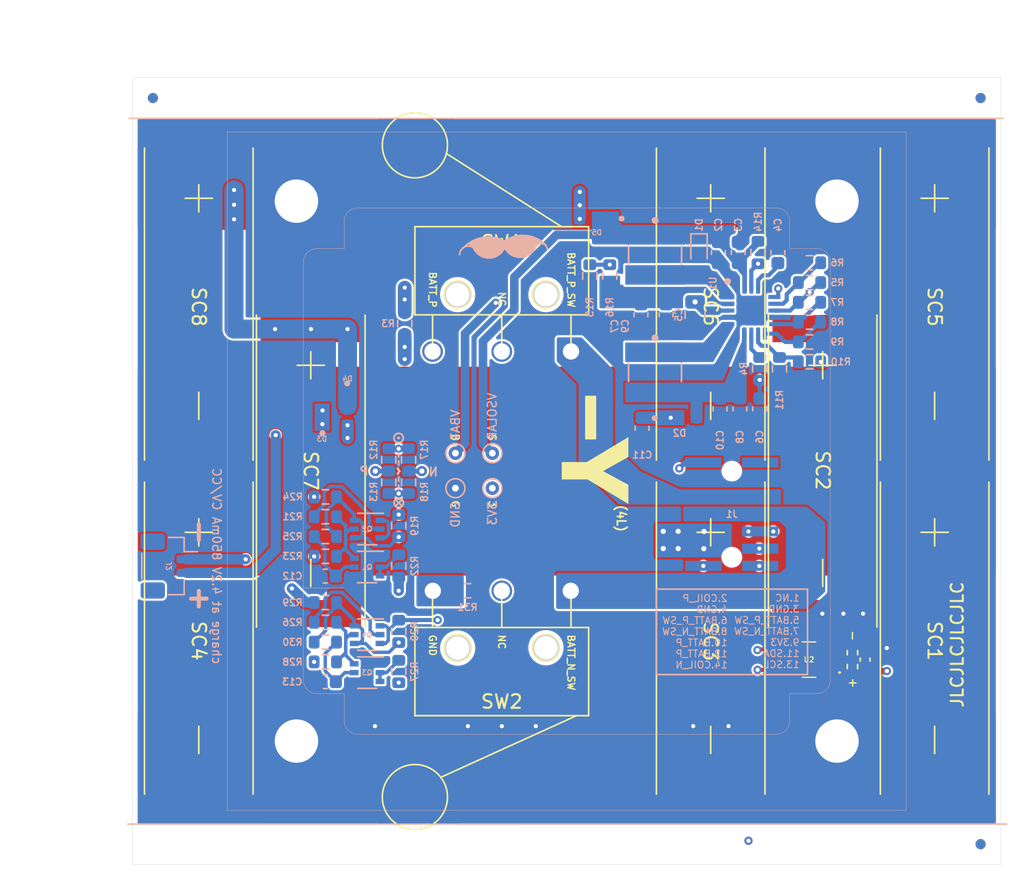
<source format=kicad_pcb>
(kicad_pcb (version 20211014) (generator pcbnew)
  (layers (0 "F.Cu" signal "Top") (1 "In1.Cu" signal) (2 "In2.Cu" signal) (31 "B.Cu" signal "Bottom") (34 "B.Paste" user) (35 "F.Paste" user) (36 "B.SilkS" user "B.Silkscreen") (37 "F.SilkS" user "F.Silkscreen") (38 "B.Mask" user) (39 "F.Mask" user) (44 "Edge.Cuts" user))
  (net 0 "")
  (net 1 "GND")
  (net 2 "VOUT_EN")
  (net 3 "VSOLAR")
  (net 4 "Net-(C4-Pad1)")
  (net 5 "+3V3")
  (net 6 "VBAT")
  (net 7 "Net-(C10-Pad1)")
  (net 8 "Net-(C7-Pad1)")
  (net 9 "Net-(D3-Pad1)")
  (net 10 "COIL_N")
  (net 11 "BATT_P")
  (net 12 "Net-(L1-Pad2)")
  (net 13 "Net-(L2-Pad1)")
  (net 14 "VBAT_OK")
  (net 15 "Net-(R5-Pad1)")
  (net 16 "COIL_P")
  (net 17 "/coil")
  (net 18 "/VSOLAR_FULL")
  (net 19 "Net-(R1-Pad1)")
  (net 22 "Net-(R10-Pad2)")
  (net 23 "Net-(R7-Pad1)")
  (net 24 "Net-(R8-Pad1)")
  (net 26 "Net-(R10-Pad1)")
  (net 27 "Net-(R14-Pad1)")
  (net 28 "BATT_P_SW")
  (net 29 "BATT_N_SW")
  (net 30 "Net-(C12-Pad1)")
  (net 31 "Net-(C13-Pad1)")
  (net 32 "Net-(Q1-Pad2)")
  (net 33 "Net-(Q1-Pad6)")
  (net 34 "Net-(Q2-Pad2)")
  (net 35 "SCL_LS")
  (net 36 "Net-(Q3-Pad2)")
  (net 37 "Net-(Q3-Pad6)")
  (net 38 "Net-(Q4-Pad2)")
  (net 39 "SDA_LS")
  (net 41 "SDA")
  (net 42 "SCL")
  (net 43 "Net-(R31-Pad1)")
  (footprint "solarpanels:KXOB25-05X3F" (layer "F.Cu") (at 132.078198 41.18868 -90)
    (fp_text reference "SC5")
    (fp_text value "SolarCell_Small")
  )
  (footprint "solarpanels:KXOB25-05X3F" (layer "F.Cu") (at 132.078198 65.81042 -90)
    (fp_text reference "SC1")
    (fp_text value "SolarCell_Small")
  )
  (footprint "solarpanels:KXOB25-05X3F" (layer "F.Cu") (at 115.578598 65.81042 -90)
    (fp_text reference "SC3")
    (fp_text value "SolarCell_Small")
  )
  (footprint "solarpanels:TSL2561" (layer "F.Cu") (at 122.823598 77.8946 180)
    (fp_text reference "U2")
    (fp_text value "TSL2561" hide)
  )
  (footprint "Resistor_SMD:R_0402_1005Metric" (layer "F.Cu") (at 126.023598 77.3846 -90)
    (fp_text reference "R2" hide)
    (fp_text value "0")
  )
  (footprint "Resistor_SMD:R_0402_1005Metric" (layer "F.Cu") (at 126.023598 78.4096 -90)
    (fp_text reference "R1" hide)
    (fp_text value "0")
  )
  (footprint "Capacitor_SMD:C_0402_1005Metric" (layer "F.Cu") (at 126.953598 77.8946 -90)
    (fp_text reference "C1" hide)
    (fp_text value "1uF")
  )
  (footprint "Fiducial:Fiducial_0.75mm_Mask1.5mm" (layer "F.Cu") (at 74.488598 36.4996)
    (fp_text reference "REF**" hide)
    (fp_text value "Fiducial_0.75mm_Mask1.5mm")
  )
  (footprint "Fiducial:Fiducial_0.75mm_Mask1.5mm" (layer "F.Cu") (at 135.463598 36.4996)
    (fp_text reference "REF**" hide)
    (fp_text value "Fiducial_0.75mm_Mask1.5mm")
  )
  (footprint "Fiducial:Fiducial_0.75mm_Mask1.5mm" (layer "F.Cu") (at 135.463598 91.4996)
    (fp_text reference "REF**" hide)
    (fp_text value "Fiducial_0.75mm_Mask1.5mm")
  )
  (footprint "solarpanels:KXOB25-05X3F" (layer "F.Cu") (at 115.578598 41.18868 -90)
    (fp_text reference "SC6")
    (fp_text value "SolarCell_Small")
  )
  (footprint "solarpanels:D2F-L2-A" (layer "F.Cu") (at 100.188598 72.8276 180)
    (fp_text reference "SW2")
    (fp_text value "D2F-L2-A")
    (fp_circle (center -3.2512 -4.191) (end -2.3368 -4.191) (layer "Edge.Cuts") (width 0.12) (fill none))
    (fp_circle (center 3.2512 -4.2164) (end 4.1656 -4.2164) (layer "Edge.Cuts") (width 0.12) (fill none))
  )
  (footprint "MountingHole:MountingHole_3.2mm_M3_DIN965_Pad" (layer "F.Cu") (at 124.883602 83.899593)
    (fp_text reference "H3" hide)
    (fp_text value "MountingHole")
  )
  (footprint "solarpanels:KXOB25-05X3F" (layer "F.Cu") (at 77.866598 41.18868 -90)
    (fp_text reference "SC8")
    (fp_text value "SolarCell_Small")
  )
  (footprint "solarpanels:KXOB25-05X3F" (layer "F.Cu") (at 86.116598 53.4996 -90)
    (fp_text reference "SC7")
    (fp_text value "SolarCell_Small")
  )
  (footprint "custom-footprints:ypanel" (layer "F.Cu") (at 106.136498 81.0046 -90)
    (fp_text reference "Ref**" hide)
    (fp_text value "Val**" hide)
  )
  (footprint "solarpanels:KXOB25-05X3F" (layer "F.Cu") (at 123.828598 53.4996 -90)
    (fp_text reference "SC2")
    (fp_text value "SolarCell_Small")
  )
  (footprint "solarpanels:D2F-L2-A1" (layer "F.Cu") (at 100.188598 55.1806)
    (fp_text reference "SW1")
    (fp_text value "D2F-L2-A1")
    (fp_circle (center -3.2512 -4.191) (end -2.3368 -4.191) (layer "Edge.Cuts") (width 0.12) (fill none))
    (fp_circle (center 3.2512 -4.191) (end 4.1656 -4.191) (layer "Edge.Cuts") (width 0.12) (fill none))
  )
  (footprint "solarpanels:KXOB25-05X3F" (layer "F.Cu") (at 77.866598 65.81042 -90)
    (fp_text reference "SC4")
    (fp_text value "SolarCell_Small")
  )
  (footprint "MountingHole:MountingHole_3.2mm_M3_DIN965_Pad" (layer "F.Cu") (at 85.061406 44.099596)
    (fp_text reference "H1" hide)
    (fp_text value "MountingHole")
  )
  (footprint "MountingHole:MountingHole_3.2mm_M3_DIN965_Pad" (layer "F.Cu") (at 85.06359 83.899593)
    (fp_text reference "H2" hide)
    (fp_text value "MountingHole")
  )
  (footprint "MountingHole:MountingHole_3.2mm_M3_DIN965_Pad" (layer "F.Cu") (at 124.883602 44.102085)
    (fp_text reference "H4" hide)
    (fp_text value "MountingHole")
  )
  (footprint "Resistor_SMD:R_0603_1608Metric" (layer "B.Cu") (at 91.863598 63.1696 90)
    (fp_text reference "R12")
    (fp_text value "0")
  )
  (footprint "Resistor_SMD:R_0603_1608Metric" (layer "B.Cu") (at 91.863598 64.8246 90)
    (fp_text reference "R13")
    (fp_text value "0")
  )
  (footprint "Resistor_SMD:R_0603_1608Metric" (layer "B.Cu") (at 93.323598 63.1696 90)
    (fp_text reference "R17")
    (fp_text value "0")
  )
  (footprint "Resistor_SMD:R_0603_1608Metric" (layer "B.Cu") (at 93.323598 64.8246 90)
    (fp_text reference "R18")
    (fp_text value "0")
  )
  (footprint "Resistor_SMD:R_0603_1608Metric" (layer "B.Cu") (at 97.663598 72.8196)
    (fp_text reference "R31")
    (fp_text value "0")
  )
  (footprint "Fiducial:Fiducial_0.75mm_Mask1.5mm" (layer "B.Cu") (at 135.463598 91.4996)
    (fp_text reference "REF**" hide)
    (fp_text value "Fiducial_0.75mm_Mask1.5mm")
  )
  (footprint "Fiducial:Fiducial_0.75mm_Mask1.5mm" (layer "B.Cu") (at 135.463598 36.4996)
    (fp_text reference "REF**" hide)
    (fp_text value "Fiducial_0.75mm_Mask1.5mm")
  )
  (footprint "Fiducial:Fiducial_0.75mm_Mask1.5mm" (layer "B.Cu") (at 74.488598 36.4996)
    (fp_text reference "REF**" hide)
    (fp_text value "Fiducial_0.75mm_Mask1.5mm")
  )
  (footprint "Resistor_SMD:R_0603_1608Metric" (layer "B.Cu") (at 122.86 51.56 180)
    (fp_text reference "R7")
    (fp_text value "374K")
  )
  (footprint "Resistor_SMD:R_0603_1608Metric" (layer "B.Cu") (at 122.86 54.48 180)
    (fp_text reference "R9")
    (fp_text value "4.53M")
  )
  (footprint "Capacitor_SMD:C_0603_1608Metric" (layer "B.Cu") (at 120.527998 47.88965 90)
    (fp_text reference "C4")
    (fp_text value "10nF")
  )
  (footprint "solarpanels:MICROSMP" (layer "B.Cu") (at 113.283598 60.0696)
    (fp_text reference "D2")
    (fp_text value "MSS1P4-M3_89A" hide)
  )
  (footprint "Resistor_SMD:R_0603_1608Metric" (layer "B.Cu") (at 119.067998 47.88965 90)
    (fp_text reference "R14")
    (fp_text value "DNI")
  )
  (footprint "Capacitor_SMD:C_0603_1608Metric" (layer "B.Cu") (at 117.607998 47.88965 90)
    (fp_text reference "C3")
    (fp_text value "4.7uF")
  )
  (footprint "Resistor_SMD:R_0603_1608Metric" (layer "B.Cu") (at 122.86 50.1)
    (fp_text reference "R5")
    (fp_text value "7.32M")
  )
  (footprint "solarpanels:QFN50P350X350X100-21N-D" (layer "B.Cu") (at 118.572042 52.16671 -90)
    (fp_text reference "U1")
    (fp_text value "BQ25570RGRR" hide)
  )
  (footprint "Resistor_SMD:R_0603_1608Metric" (layer "B.Cu") (at 122.86 48.64)
    (fp_text reference "R6")
    (fp_text value "5.62M")
  )
  (footprint "solarpanels:LPS4018" (layer "B.Cu") (at 111.483598 48.06005 -90)
    (fp_text reference "L1" hide)
    (fp_text value "22uH-LPS4018-223MR" hide)
  )
  (footprint "solarpanels:LPS4018" (layer "B.Cu") (at 111.477998 56.71965 -90)
    (fp_text reference "L2" hide)
    (fp_text value "10uH-LPS4018-103MR" hide)
  )
  (footprint "Resistor_SMD:R_0603_1608Metric" (layer "B.Cu") (at 122.86 53.02 180)
    (fp_text reference "R8")
    (fp_text value "8.25M")
  )
  (footprint "Capacitor_SMD:C_0603_1608Metric" (layer "B.Cu") (at 110.523598 60.8396 -90)
    (fp_text reference "C11")
    (fp_text value "0.1uF")
  )
  (footprint "TestPoint:TestPoint_THTPad_D1.0mm_Drill0.5mm" (layer "B.Cu") (at 96.773598 62.6796)
    (fp_text reference "B")
    (fp_text value "TP")
  )
  (footprint "Resistor_SMD:R_0603_1608Metric" (layer "B.Cu") (at 87.188598 75.1446)
    (fp_text reference "R26")
    (fp_text value "680")
  )
  (footprint "solarpanels:MICROSMP" (layer "B.Cu") (at 88.823598 59.3696 -90)
    (fp_text reference "D4")
    (fp_text value "MSS1P4-M3_89A" hide)
  )
  (footprint "Capacitor_SMD:C_0603_1608Metric" (layer "B.Cu") (at 87.188598 79.5246 180)
    (fp_text reference "C13")
    (fp_text value "10nF")
  )
  (footprint "Capacitor_SMD:C_0603_1608Metric" (layer "B.Cu") (at 112.287998 52.47965 -90)
    (fp_text reference "C9")
    (fp_text value "0.1uF")
  )
  (footprint "Capacitor_SMD:C_0603_1608Metric" (layer "B.Cu") (at 116.267998 59.41965 -90)
    (fp_text reference "C10")
    (fp_text value "0.1uF")
  )
  (footprint "Capacitor_SMD:C_0603_1608Metric" (layer "B.Cu") (at 116.147998 47.88965 -90)
    (fp_text reference "C2")
    (fp_text value "0.1uF")
  )
  (footprint "Resistor_SMD:R_0603_1608Metric" (layer "B.Cu") (at 108.143598 49.6096 90)
    (fp_text reference "R16")
    (fp_text value "0")
  )
  (footprint "Resistor_SMD:R_0603_1608Metric" (layer "B.Cu") (at 87.188598 73.6846)
    (fp_text reference "R29")
    (fp_text value "10K")
  )
  (footprint "Resistor_SMD:R_0603_1608Metric" (layer "B.Cu") (at 92.598598 75.8146 90)
    (fp_text reference "R20")
    (fp_text value "DNI")
  )
  (footprint "TestPoint:TestPoint_THTPad_D1.0mm_Drill0.5mm" (layer "B.Cu") (at 96.773598 65.2596 180)
    (fp_text reference "G")
    (fp_text value "TP")
  )
  (footprint "Connector_JST:JST_SH_BM02B-SRSS-TB_1x02-1MP_P1.00mm_Vertical" (layer "B.Cu") (at 75.677398 70.999612 -90)
    (fp_text reference "J2")
    (fp_text value "BM02B-SRSS-TB")
  )
  (footprint "Capacitor_SMD:C_0603_1608Metric" (layer "B.Cu") (at 87.188598 71.7396 180)
    (fp_text reference "C12")
    (fp_text value "10nF")
  )
  (footprint "Package_TO_SOT_SMD:SOT-363_SC-70-6" (layer "B.Cu") (at 90.268598 68.2696 180)
    (fp_text reference "Q2")
    (fp_text value "MBT2222ADW1T1")
  )
  (footprint "Capacitor_SMD:C_0805_2012Metric" (layer "B.Cu") (at 114.427998 52.47965 -90)
    (fp_text reference "C5")
    (fp_text value "100uF")
  )
  (footprint "Resistor_SMD:R_0603_1608Metric" (layer "B.Cu") (at 119.187998 56.44965 -90)
    (fp_text reference "R4")
    (fp_text value "0")
  )
  (footprint "Resistor_SMD:R_0603_1608Metric" (layer "B.Cu") (at 87.188598 67.3596)
    (fp_text reference "R21")
    (fp_text value "680")
  )
  (footprint "solarpanels:MICROSMP" (layer "B.Cu") (at 86.953598 59.3696 90)
    (fp_text reference "D3")
    (fp_text value "MSS1P4-M3_89A" hide)
  )
  (footprint "Resistor_SMD:R_0603_1608Metric" (layer "B.Cu") (at 106.673598 49.6096 90)
    (fp_text reference "R15")
    (fp_text value "DNI")
  )
  (footprint "custom-footprints:pycubed_mini_half" (layer "B.Cu") (at 104.493598 85.6146 180)
    (fp_text reference "Ref**" hide)
    (fp_text value "Val**" hide)
  )
  (footprint "Package_TO_SOT_SMD:SOT-363_SC-70-6" (layer "B.Cu") (at 90.268598 76.0546 180)
    (fp_text reference "Q4")
    (fp_text value "MBT2222ADW1T1")
  )
  (footprint "Resistor_SMD:R_0603_1608Metric" (layer "B.Cu") (at 120.647998 56.44965 90)
    (fp_text reference "R11")
    (fp_text value "4.75M")
  )
  (footprint "Resistor_SMD:R_0603_1608Metric" (layer "B.Cu") (at 92.598598 70.9896 90)
    (fp_text reference "R22")
    (fp_text value "100K")
  )
  (footprint "Package_TO_SOT_SMD:SOT-363_SC-70-6" (layer "B.Cu") (at 90.268598 71.0696 180)
    (fp_text reference "Q1")
    (fp_text value "BSS138DWQ-7")
  )
  (footprint "Resistor_SMD:R_0603_1608Metric" (layer "B.Cu") (at 87.188598 76.6046)
    (fp_text reference "R30")
    (fp_text value "200K")
  )
  (footprint "Resistor_SMD:R_0603_1608Metric" (layer "B.Cu") (at 93.038598 53.1246 90)
    (fp_text reference "R3")
    (fp_text value "0")
  )
  (footprint "Resistor_SMD:R_0603_1608Metric" (layer "B.Cu") (at 87.188598 78.0646)
    (fp_text reference "R28")
    (fp_text value "10K")
  )
  (footprint "Package_TO_SOT_SMD:SOT-363_SC-70-6" (layer "B.Cu") (at 90.268598 78.8546 180)
    (fp_text reference "Q3")
    (fp_text value "BSS138DWQ-7")
  )
  (footprint "Resistor_SMD:R_0603_1608Metric" (layer "B.Cu") (at 87.188598 68.8196 180)
    (fp_text reference "R25")
    (fp_text value "200K")
  )
  (footprint "Resistor_SMD:R_0603_1608Metric" (layer "B.Cu") (at 122.86 55.94)
    (fp_text reference "R10")
    (fp_text value "8.25M")
  )
  (footprint "batteryboard:SAMTEC-FTS-107-01-X-DV-A" (layer "B.Cu") (at 117.134128 67.17558 -90)
    (fp_text reference "J1")
    (fp_text value "FTS-107-01-X-DV-A")
  )
  (footprint "Resistor_SMD:R_0603_1608Metric" (layer "B.Cu") (at 92.598598 68.0296 90)
    (fp_text reference "R19")
    (fp_text value "DNI")
  )
  (footprint "Resistor_SMD:R_0603_1608Metric" (layer "B.Cu") (at 92.598598 78.7746 90)
    (fp_text reference "R27")
    (fp_text value "100K")
  )
  (footprint "Resistor_SMD:R_0603_1608Metric" (layer "B.Cu") (at 87.188598 65.8996)
    (fp_text reference "R24")
    (fp_text value "10K")
  )
  (footprint "solarpanels:MICROSMP" (layer "B.Cu") (at 107.183598 45.4096 180)
    (fp_text reference "D5")
    (fp_text value "MSS1P4-M3_89A" hide)
  )
  (footprint "Capacitor_SMD:C_0603_1608Metric" (layer "B.Cu") (at 110.441198 52.47965 -90)
    (fp_text reference "C7")
    (fp_text value "4.7uF")
  )
  (footprint "Resistor_SMD:R_0603_1608Metric" (layer "B.Cu") (at 87.188598 70.2796)
    (fp_text reference "R23")
    (fp_text value "10K")
  )
  (footprint "TestPoint:TestPoint_THTPad_D1.0mm_Drill0.5mm" (layer "B.Cu") (at 99.493598 65.2596)
    (fp_text reference "3")
    (fp_text value "TP")
  )
  (footprint "Capacitor_SMD:C_0603_1608Metric" (layer "B.Cu") (at 119.187998 59.41465 -90)
    (fp_text reference "C6")
    (fp_text value "1uF")
  )
  (footprint "TestPoint:TestPoint_THTPad_D1.0mm_Drill0.5mm" (layer "B.Cu") (at 99.493598 62.6796 180)
    (fp_text reference "S")
    (fp_text value "TP")
  )
  (footprint "Capacitor_SMD:C_0603_1608Metric" (layer "B.Cu") (at 117.727998 59.41965 -90)
    (fp_text reference "C8")
    (fp_text value "22uF")
  )
  (footprint "Diode_SMD:D_SOD-523" (layer "B.Cu") (at 114.717998 47.65965 -90)
    (fp_text reference "D1")
    (fp_text value "SZMM5Z5V1T1G")
  )
  (gr_arc (start 102.69334 47.453737) (mid 101.555585 48.239781) (end 100.388999 47.497199) (layer "B.SilkS") (width 0.12))
  (gr_line (start 92.593598 63.8421) (end 92.593598 64.1596) (layer "B.SilkS") (width 0.12))
  (gr_line (start 92.593598 63.5596) (end 92.593598 63.2421) (layer "B.SilkS") (width 0.12))
  (gr_line (start 92.593598 64.7596) (end 92.593598 64.4421) (layer "B.SilkS") (width 0.12))
  (gr_line (start 72.733592 37.9996) (end 137.143598 37.9996) (layer "B.SilkS") (width 0.1016))
  (gr_arc (start 88.576598 45.5996) (mid 88.869491 44.892493) (end 89.576598 44.5996) (layer "B.SilkS") (width 0.0254))
  (gr_line (start 88.576598 82.3996) (end 88.576598 80.3996) (layer "B.SilkS") (width 0.0254))
  (gr_line (start 121.400599 47.5996) (end 123.4 47.6) (layer "B.SilkS") (width 0.0254))
  (gr_line (start 86.576598 80.3996) (end 88.576598 80.3996) (layer "B.SilkS") (width 0.0254))
  (gr_line (start 72.643598 90.018393) (end 137.393598 90.0196) (layer "B.SilkS") (width 0.1016))
  (gr_line (start 124.4 48.6) (end 124.400599 79.3996) (layer "B.SilkS") (width 0.0254))
  (gr_line (start 92.593598 65.3496) (end 92.593598 65.0321) (layer "B.SilkS") (width 0.12))
  (gr_line (start 88.576598 47.5996) (end 88.576598 45.5996) (layer "B.SilkS") (width 0.0254))
  (gr_arc (start 89.576598 83.3996) (mid 88.869491 83.106707) (end 88.576598 82.3996) (layer "B.SilkS") (width 0.0254))
  (gr_rect (start 111.563598 78.9946) (end 122.713598 72.6996) (layer "B.SilkS") (width 0.12) (fill none))
  (gr_line (start 79.976598 38.999599) (end 79.976598 88.9996) (layer "B.SilkS") (width 0.0254))
  (gr_line (start 121.400599 80.3996) (end 121.400599 82.3996) (layer "B.SilkS") (width 0.0254))
  (gr_line (start 129.976599 38.999599) (end 79.976598 38.999599) (layer "B.SilkS") (width 0.0254))
  (gr_line (start 79.976598 88.9996) (end 129.976599 88.9996) (layer "B.SilkS") (width 0.0254))
  (gr_arc (start 97.303669 47.598843) (mid 98.727821 46.797412) (end 100.346398 47.0226) (layer "B.SilkS") (width 0.12))
  (gr_line (start 88.576598 72.6196) (end 85.576598 72.6196) (layer "B.SilkS") (width 0.0254))
  (gr_line (start 92.593598 62.9596) (end 92.593598 62.6421) (layer "B.SilkS") (width 0.12))
  (gr_arc (start 100.40734 47.504138) (mid 99.269585 48.290182) (end 98.102999 47.5476) (layer "B.SilkS") (width 0.12))
  (gr_arc (start 86.576598 80.3996) (mid 85.869491 80.106707) (end 85.576598 79.3996) (layer "B.SilkS") (width 0.0254))
  (gr_line (start 89.576598 44.5996) (end 120.4 44.6) (layer "B.SilkS") (width 0.0254))
  (gr_arc (start 121.400599 82.3996) (mid 121.107706 83.106707) (end 120.400599 83.3996) (layer "B.SilkS") (width 0.0254))
  (gr_line (start 94.663598 83.3996) (end 89.576598 83.3996) (layer "B.SilkS") (width 0.0254))
  (gr_arc (start 120.4 44.6) (mid 121.107107 44.892893) (end 121.4 45.6) (layer "B.SilkS") (width 0.0254))
  (gr_arc (start 97.086398 48.0476) (mid 97.437417 47.479639) (end 98.102398 47.5396) (layer "B.SilkS") (width 0.12))
  (gr_arc (start 102.700398 47.4464) (mid 103.192668 47.241671) (end 103.547686 47.639408) (layer "B.SilkS") (width 0.12))
  (gr_arc (start 124.400599 79.3996) (mid 124.107706 80.106707) (end 123.400599 80.3996) (layer "B.SilkS") (width 0.0254))
  (gr_line (start 129.976599 88.9996) (end 129.976599 38.999599) (layer "B.SilkS") (width 0.0254))
  (gr_line (start 120.400599 83.3996) (end 94.663598 83.3996) (layer "B.SilkS") (width 0.0254))
  (gr_line (start 123.400599 80.3996) (end 121.400599 80.3996) (layer "B.SilkS") (width 0.0254))
  (gr_arc (start 123.4 47.6) (mid 124.107107 47.892893) (end 124.4 48.6) (layer "B.SilkS") (width 0.0254))
  (gr_arc (start 85.576598 48.5996) (mid 85.869491 47.892493) (end 86.576598 47.5996) (layer "B.SilkS") (width 0.0254))
  (gr_line (start 86.576598 47.5996) (end 88.576598 47.5996) (layer "B.SilkS") (width 0.0254))
  (gr_arc (start 100.414398 47.04) (mid 101.997794 46.635036) (end 103.458144 47.368858) (layer "B.SilkS") (width 0.12))
  (gr_line (start 121.4 45.6) (end 121.4 47.6) (layer "B.SilkS") (width 0.0254))
  (gr_line (start 85.576598 79.3996) (end 85.576598 48.5996) (layer "B.SilkS") (width 0.0254))
  (gr_line (start 72.733598 38.000007) (end 91.043598 37.9996) (layer "F.SilkS") (width 0.1016))
  (gr_line (start 137.393598 90.0196) (end 96.923598 90.0196) (layer "F.SilkS") (width 0.1016))
  (gr_line (start 96.673598 37.9996) (end 137.143598 37.9996) (layer "F.SilkS") (width 0.1016))
  (gr_line (start 72.643598 90.0196) (end 91.044398 90.018393) (layer "F.SilkS") (width 0.1016))
  (gr_line (start 72.988598 92.9996) (end 136.963598 92.9996) (layer "Edge.Cuts") (width 0.0254))
  (gr_line (start 72.988598 34.9996) (end 72.988598 92.9996) (layer "Edge.Cuts") (width 0.0254))
  (gr_line (start 136.963598 34.9996) (end 136.963598 92.9996) (layer "Edge.Cuts") (width 0.0254))
  (gr_line (start 136.963598 34.9996) (end 72.988598 34.9996) (layer "Edge.Cuts") (width 0.0254))
  (gr_text "N" (at 95.143598 63.9996 180) (layer "B.SilkS") (effects (font (size 0.635 0.635) (thickness 0.127)) (justify mirror)))
  (gr_text "P" (at 90.033598 63.9996) (layer "B.SilkS") (effects (font (size 0.635 0.635) (thickness 0.127)) (justify mirror)))
  (gr_text "GND" (at 96.763598 66.1596 90) (layer "B.SilkS") (effects (font (size 0.635 0.635) (thickness 0.1016)) (justify left mirror)))
  (gr_text "⊗" (at 92.533598 66.3396 90) (layer "B.SilkS") (effects (font (size 0.889 0.889) (thickness 0.127)) (justify mirror)))
  (gr_text "+" (at 77.763598 73.3996 90) (layer "B.SilkS") (effects (font (size 1.5 1.5) (thickness 0.3)) (justify mirror)))
  (gr_text "VSOLAR" (at 99.483598 58.1596 90) (layer "B.SilkS") (effects (font (size 0.635 0.635) (thickness 0.1016)) (justify left mirror)))
  (gr_text "3V3" (at 99.493598 66.1696 90) (layer "B.SilkS") (effects (font (size 0.635 0.635) (thickness 0.1016)) (justify left mirror)))
  (gr_text "⊙" (at 92.653598 61.5596 270) (layer "B.SilkS") (effects (font (size 0.889 0.889) (thickness 0.127)) (justify mirror)))
  (gr_text "-" (at 77.763598 68.4996 90) (layer "B.SilkS") (effects (font (size 1.5 1.5) (thickness 0.3)) (justify mirror)))
  (gr_text "VBAT" (at 96.773598 59.3996 90) (layer "B.SilkS") (effects (font (size 0.635 0.635) (thickness 0.1016)) (justify left mirror)))
  (gr_text "1.NC\n3.GND\n5.BATT_P_SW\n7.BATT_N_SW\n9.3V3\n11.SDA\n13.SCL" (at 122.163598 75.8096) (layer "B.SilkS") (effects (font (size 0.508 0.508) (thickness 0.0762)) (justify left mirror)))
  (gr_text "2.COIL_P\n4.GND\n6.BATT_P_SW\n8.BATT_N_SW\n10.BATT_P\n12.BATT_P\n14.COIL_N" (at 116.863598 75.8296) (layer "B.SilkS") (effects (font (size 0.508 0.508) (thickness 0.0762)) (justify left mirror)))
  (gr_text "charge at 4.2V 850mA CV/CC" (at 79.182598 70.9974 270) (layer "B.SilkS") (effects (font (size 0.635 0.635) (thickness 0.1016)) (justify mirror)))
  (gr_text "BATT_P_SW" (at 105.293598 51.9996 270) (layer "F.SilkS") (effects (font (size 0.508 0.508) (thickness 0.1016)) (justify right)))
  (gr_text "GND" (at 95.093598 75.9996 270) (layer "F.SilkS") (effects (font (size 0.508 0.508) (thickness 0.1016)) (justify left)))
  (gr_text "NC" (at 100.193598 51.8996 270) (layer "F.SilkS") (effects (font (size 0.508 0.508) (thickness 0.1016)) (justify right)))
  (gr_text "NC" (at 100.183598 75.9996 270) (layer "F.SilkS") (effects (font (size 0.508 0.508) (thickness 0.1016)) (justify left)))
  (gr_text "BATT_N_SW" (at 105.293598 75.9996 270) (layer "F.SilkS") (effects (font (size 0.508 0.508) (thickness 0.1016)) (justify left)))
  (gr_text "(4L)" (at 108.993598 67.4796 270) (layer "F.SilkS") (effects (font (size 0.635 0.635) (thickness 0.127))))
  (gr_text "^" (at 92.063598 63.9996 270) (layer "F.SilkS") (effects (font (size 1 1))))
  (gr_text "+" (at 126.043598 79.5696) (layer "F.SilkS") (effects (font (size 0.635 0.635) (thickness 0.1016))))
  (gr_text "BATT_P" (at 95.093598 51.9996 270) (layer "F.SilkS") (effects (font (size 0.508 0.508) (thickness 0.1016)) (justify right)))
  (gr_text "-" (at 125.973598 76.1396 90) (layer "F.SilkS") (effects (font (size 0.635 0.635) (thickness 0.1016))))
  (gr_text "JLCJLCJLCJLC" (at 133.741798 76.7886 90) (layer "F.SilkS") (effects (font (size 0.9 0.9))))
  (segment (start 126.593598 77.0396) (end 126.953598 77.0396) (width 0.508) (layer "F.Cu") (net 1))
  (segment (start 126.593598 77.0396) (end 128.553598 77.0396) (width 0.508) (layer "F.Cu") (net 1))
  (segment (start 124.353598 77.0396) (end 126.593598 77.0396) (width 0.508) (layer "F.Cu") (net 1))
  (via (at 114.293598 82.7996) (size 0.6096) (drill 0.3048) (layers "F.Cu" "B.Cu") (net 1))
  (via (at 128.553598 77.0396) (size 0.6096) (drill 0.3048) (layers "F.Cu" "B.Cu") (net 1))
  (via (at 100.193598 82.7996) (size 0.6096) (drill 0.3048) (layers "F.Cu" "B.Cu") (net 1))
  (via (at 102.693598 82.7996) (size 0.6096) (drill 0.3048) (layers "F.Cu" "B.Cu") (net 1))
  (via (at 90.85 82.8) (size 0.6096) (drill 0.3048) (layers "F.Cu" "B.Cu") (net 1))
  (via (at 97.693598 82.7996) (size 0.6096) (drill 0.3048) (layers "F.Cu" "B.Cu") (net 1))
  (via (at 125.353598 74.5096) (size 0.6096) (drill 0.3048) (layers "F.Cu" "B.Cu") (net 1))
  (via (at 126.803598 74.5096) (size 0.6096) (drill 0.3048) (layers "F.Cu" "B.Cu") (net 1))
  (via (at 123.803598 74.5096) (size 0.6096) (drill 0.3048) (layers "F.Cu" "B.Cu") (net 1))
  (via (at 116.893598 82.7996) (size 0.6096) (drill 0.3048) (layers "F.Cu" "B.Cu") (net 1))
  (via (at 119.187998 57.27465) (size 0.6096) (drill 0.3048) (layers "F.Cu" "B.Cu") (net 2))
  (via (at 120.553598 50.5396) (size 0.6096) (drill 0.3048) (layers "F.Cu" "B.Cu") (net 2))
  (segment (start 120.553598 50.5396) (end 120.553598 51.1496) (width 0.3048) (layer "B.Cu") (net 2))
  (segment (start 119.187998 57.27465) (end 119.187998 58.63965) (width 0.3048) (layer "B.Cu") (net 2))
  (segment (start 117.607998 48.616082) (end 119.067998 47.156082) (width 0.508) (layer "B.Cu") (net 3))
  (segment (start 98.803598 54.4196) (end 101.113598 52.1096) (width 0.635) (layer "B.Cu") (net 3))
  (segment (start 101.113598 52.1096) (end 101.113598 49.6996) (width 0.635) (layer "B.Cu") (net 3))
  (segment (start 99.493598 62.6796) (end 98.803598 61.9896) (width 0.635) (layer "B.Cu") (net 3))
  (segment (start 111.464498 46.5996) (end 109.023598 46.5996) (width 1.143) (layer "B.Cu") (net 3))
  (segment (start 101.113598 49.6996) (end 104.232698 46.5805) (width 0.635) (layer "B.Cu") (net 3))
  (segment (start 104.232698 46.5805) (end 111.483598 46.5805) (width 0.635) (layer "B.Cu") (net 3))
  (segment (start 98.803598 61.9896) (end 98.803598 54.4196) (width 0.635) (layer "B.Cu") (net 3))
  (segment (start 109.023598 46.5996) (end 107.833598 45.4096) (width 1.143) (layer "B.Cu") (net 3))
  (segment (start 119.85737 49.56671) (end 120.527998 48.896082) (width 0.3048) (layer "B.Cu") (net 4))
  (segment (start 119.072042 50.46671) (end 119.072042 49.912038) (width 0.3048) (layer "B.Cu") (net 4))
  (segment (start 119.41737 49.56671) (end 119.85737 49.56671) (width 0.3048) (layer "B.Cu") (net 4))
  (segment (start 119.072042 49.912038) (end 119.41737 49.56671) (width 0.3048) (layer "B.Cu") (net 4))
  (segment (start 128.563598 78.7396) (end 128.553598 78.7496) (width 0.508) (layer "F.Cu") (net 5))
  (segment (start 128.553598 78.7496) (end 124.363598 78.7496) (width 0.508) (layer "F.Cu") (net 5))
  (via (at 120.193598 68.4496) (size 0.6096) (drill 0.3048) (layers "F.Cu" "B.Cu") (net 5))
  (via (at 92.593598 72.8196) (size 0.6096) (drill 0.3048) (layers "F.Cu" "B.Cu") (net 5))
  (via (at 92.593598 79.5946) (size 0.6096) (drill 0.3048) (layers "F.Cu" "B.Cu") (net 5))
  (via (at 86.363598 78.0646) (size 0.6096) (drill 0.3048) (layers "F.Cu" "B.Cu") (net 5))
  (via (at 86.363598 70.2896) (size 0.6096) (drill 0.3048) (layers "F.Cu" "B.Cu") (net 5))
  (via (at 86.363598 65.8896) (size 0.6096) (drill 0.3048) (layers "F.Cu" "B.Cu") (net 5))
  (via (at 84.723598 72.6496) (size 0.6096) (drill 0.3048) (layers "F.Cu" "B.Cu") (net 5))
  (via (at 112.633598 60.0696) (size 0.6096) (drill 0.3048) (layers "F.Cu" "B.Cu") (net 5))
  (via (at 118.363598 68.4496) (size 0.6096) (drill 0.3048) (layers "F.Cu" "B.Cu") (net 5))
  (via (at 128.563598 78.7396) (size 0.6096) (drill 0.3048) (layers "F.Cu" "B.Cu") (net 5))
  (segment (start 112.633598 60.0696) (end 110.528598 60.0696) (width 0.889) (layer "B.Cu") (net 5))
  (segment (start 85.758598 73.6846) (end 84.723598 72.6496) (width 0.762) (layer "B.Cu") (net 5))
  (segment (start 92.598598 71.8146) (end 92.598598 72.8146) (width 0.762) (layer "B.Cu") (net 5))
  (segment (start 86.363598 73.6846) (end 85.758598 73.6846) (width 0.762) (layer "B.Cu") (net 5))
  (segment (start 92.598598 72.8146) (end 92.593598 72.8196) (width 0.762) (layer "B.Cu") (net 5))
  (via (at 114.427998 51.52965) (size 0.762) (drill 0.381) (layers "F.Cu" "B.Cu") (net 6))
  (via (at 99.743598 51.5996) (size 0.6096) (drill 0.3048) (layers "F.Cu" "B.Cu") (net 6))
  (via (at 93.038598 50.4746) (size 0.6096) (drill 0.3048) (layers "F.Cu" "B.Cu") (net 6))
  (via (at 93.038598 51.3496) (size 0.6096) (drill 0.3048) (layers "F.Cu" "B.Cu") (net 6))
  (segment (start 116.872042 52.16671) (end 116.142698 52.16671) (width 0.29972) (layer "B.Cu") (net 6))
  (segment (start 115.077948 52.1796) (end 114.427998 51.52965) (width 0.635) (layer "B.Cu") (net 6))
  (segment (start 97.483598 61.9696) (end 96.773598 62.6796) (width 0.635) (layer "B.Cu") (net 6))
  (segment (start 93.038598 50.4746) (end 93.038598 52.2996) (width 1.016) (layer "B.Cu") (net 6))
  (segment (start 116.083598 52.1796) (end 115.077948 52.1796) (width 0.635) (layer "B.Cu") (net 6))
  (segment (start 97.483598 53.8596) (end 97.483598 61.9696) (width 0.635) (layer "B.Cu") (net 6))
  (segment (start 99.743598 51.5996) (end 97.483598 53.8596) (width 0.635) (layer "B.Cu") (net 6))
  (segment (start 114.533598 60.0696) (end 114.533598 58.6896) (width 0.889) (layer "B.Cu") (net 7))
  (segment (start 126.39 53.4996) (end 126.39 57.19) (width 2.032) (layer "F.Cu") (net 9))
  (segment (start 88.323598 74.4996) (end 88.323598 70.8696) (width 2.032) (layer "F.Cu") (net 9))
  (segment (start 123.828598 53.4996) (end 126.39 53.4996) (width 2.032) (layer "F.Cu") (net 9))
  (via (at 88.823598 61.5596) (size 0.6096) (drill 0.3048) (layers "F.Cu" "B.Cu") (net 9))
  (via (at 88.823598 60.6196) (size 0.6096) (drill 0.3048) (layers "F.Cu" "B.Cu") (net 9))
  (via (at 86.983598 59.5296) (size 0.6096) (drill 0.3048) (layers "F.Cu" "B.Cu") (net 9))
  (via (at 86.973598 60.5396) (size 0.6096) (drill 0.3048) (layers "F.Cu" "B.Cu") (net 9))
  (segment (start 88.823598 60.6196) (end 88.823598 61.5596) (width 0.889) (layer "B.Cu") (net 9))
  (via (at 115.038598 70.9896) (size 0.6096) (drill 0.3048) (layers "F.Cu" "B.Cu") (net 10))
  (via (at 94.303598 63.9996) (size 0.762) (drill 0.381) (layers "F.Cu" "B.Cu") (net 10))
  (segment (start 94.303598 63.9996) (end 93.323598 63.9996) (width 0.381) (layer "B.Cu") (net 10))
  (via (at 115.073598 69.7196) (size 0.762) (drill 0.381) (layers "F.Cu" "B.Cu") (net 11))
  (via (at 113.183598 69.7096) (size 0.762) (drill 0.381) (layers "F.Cu" "B.Cu") (net 11))
  (via (at 113.183598 68.4396) (size 0.762) (drill 0.381) (layers "F.Cu" "B.Cu") (net 11))
  (via (at 115.083598 68.4496) (size 0.762) (drill 0.381) (layers "F.Cu" "B.Cu") (net 11))
  (via (at 112.083598 68.4396) (size 0.762) (drill 0.381) (layers "F.Cu" "B.Cu") (net 11))
  (via (at 93.038598 54.8496) (size 0.6096) (drill 0.3048) (layers "F.Cu" "B.Cu") (net 11))
  (via (at 112.083598 69.7096) (size 0.762) (drill 0.381) (layers "F.Cu" "B.Cu") (net 11))
  (via (at 93.038598 55.7496) (size 0.6096) (drill 0.3048) (layers "F.Cu" "B.Cu") (net 11))
  (segment (start 93.038598 54.4996) (end 93.038598 55.7496) (width 1.016) (layer "B.Cu") (net 11))
  (segment (start 93.038598 53.9496) (end 93.038598 54.4996) (width 1.016) (layer "B.Cu") (net 11))
  (segment (start 93.038598 54.4996) (end 93.038598 54.8496) (width 1.016) (layer "B.Cu") (net 11))
  (segment (start 118.572042 55.008694) (end 119.187998 55.62465) (width 0.3048) (layer "B.Cu") (net 14))
  (segment (start 118.572042 53.86671) (end 118.572042 55.008694) (width 0.3048) (layer "B.Cu") (net 14))
  (segment (start 123.58 48.64) (end 123.685 48.64) (width 0.3048) (layer "B.Cu") (net 15))
  (segment (start 122.035 50.1) (end 122.12 50.1) (width 0.3048) (layer "B.Cu") (net 15))
  (segment (start 120.91329 51.66671) (end 121.18 51.4) (width 0.3048) (layer "B.Cu") (net 15))
  (segment (start 121.18 51.4) (end 121.18 50.955) (width 0.3048) (layer "B.Cu") (net 15))
  (segment (start 122.12 50.1) (end 123.58 48.64) (width 0.3048) (layer "B.Cu") (net 15))
  (segment (start 121.18 50.955) (end 122.035 50.1) (width 0.3048) (layer "B.Cu") (net 15))
  (segment (start 120.272042 51.66671) (end 120.91329 51.66671) (width 0.3048) (layer "B.Cu") (net 15))
  (via (at 90.873598 63.9996) (size 0.762) (drill 0.381) (layers "F.Cu" "B.Cu") (net 16))
  (via (at 113.263598 63.7996) (size 0.6096) (drill 0.3048) (layers "F.Cu" "B.Cu") (net 16))
  (segment (start 90.873598 63.9996) (end 90.878598 63.9946) (width 0.381) (layer "B.Cu") (net 16))
  (segment (start 90.878598 63.9946) (end 91.863598 63.9946) (width 0.381) (layer "B.Cu") (net 16))
  (segment (start 113.263598 63.7996) (end 113.697618 63.36558) (width 0.381) (layer "B.Cu") (net 16))
  (segment (start 113.697618 63.36558) (end 115.039628 63.36558) (width 0.381) (layer "B.Cu") (net 16))
  (via (at 92.593598 62.3496) (size 0.6096) (drill 0.3048) (layers "F.Cu" "B.Cu") (net 17))
  (via (at 118.363598 91.2496) (size 0.6096) (drill 0.3048) (layers "F.Cu" "B.Cu") (net 17))
  (via (at 92.596098 65.6496) (size 0.6096) (drill 0.3048) (layers "F.Cu" "B.Cu") (net 17))
  (segment (start 92.593598 62.3496) (end 92.598598 62.3446) (width 0.254) (layer "B.Cu") (net 17))
  (segment (start 92.596098 65.6496) (end 93.323598 65.6496) (width 0.254) (layer "B.Cu") (net 17))
  (segment (start 92.591098 65.6596) (end 91.873598 65.6596) (width 0.254) (layer "B.Cu") (net 17))
  (segment (start 92.593598 62.3496) (end 92.588598 62.3446) (width 0.254) (layer "B.Cu") (net 17))
  (segment (start 92.588598 62.3446) (end 91.863598 62.3446) (width 0.254) (layer "B.Cu") (net 17))
  (segment (start 92.598598 62.3446) (end 93.323598 62.3446) (width 0.254) (layer "B.Cu") (net 17))
  (via (at 83.483598 53.5296) (size 0.6096) (drill 0.3048) (layers "F.Cu" "B.Cu") (net 18))
  (via (at 80.463598 44.3696) (size 0.6096) (drill 0.3048) (layers "F.Cu" "B.Cu") (net 18))
  (via (at 80.463598 43.2796) (size 0.6096) (drill 0.3048) (layers "F.Cu" "B.Cu") (net 18))
  (via (at 105.933598 45.4096) (size 0.6096) (drill 0.3048) (layers "F.Cu" "B.Cu") (net 18))
  (via (at 80.463598 45.4396) (size 0.6096) (drill 0.3048) (layers "F.Cu" "B.Cu") (net 18))
  (via (at 105.933598 44.3996) (size 0.6096) (drill 0.3048) (layers "F.Cu" "B.Cu") (net 18))
  (via (at 86.133598 53.5296) (size 0.6096) (drill 0.3048) (layers "F.Cu" "B.Cu") (net 18))
  (via (at 88.823598 53.5296) (size 0.6096) (drill 0.3048) (layers "F.Cu" "B.Cu") (net 18))
  (via (at 105.933598 43.4196) (size 0.6096) (drill 0.3048) (layers "F.Cu" "B.Cu") (net 18))
  (segment (start 105.933598 45.4096) (end 105.933598 44.8496) (width 0.889) (layer "B.Cu") (net 18))
  (segment (start 105.933598 44.3996) (end 105.933598 44.8496) (width 0.889) (layer "B.Cu") (net 18))
  (segment (start 80.463598 44.3696) (end 80.463598 46.8796) (width 1.397) (layer "B.Cu") (net 18))
  (segment (start 83.483598 53.5296) (end 80.463598 53.5296) (width 1.397) (layer "B.Cu") (net 18))
  (segment (start 80.463598 46.8796) (end 80.463598 43.2796) (width 1.397) (layer "B.Cu") (net 18))
  (segment (start 80.463598 46.8796) (end 80.463598 45.4396) (width 1.397) (layer "B.Cu") (net 18))
  (segment (start 80.463598 53.5296) (end 80.463598 46.8796) (width 1.397) (layer "B.Cu") (net 18))
  (segment (start 87.893598 53.5296) (end 83.483598 53.5296) (width 1.397) (layer "B.Cu") (net 18))
  (segment (start 88.823598 53.5296) (end 87.893598 53.5296) (width 1.397) (layer "B.Cu") (net 18))
  (segment (start 105.933598 44.8496) (end 105.933598 43.4196) (width 0.889) (layer "B.Cu") (net 18))
  (segment (start 88.823598 53.5296) (end 88.823598 59.1596) (width 1.397) (layer "B.Cu") (net 18))
  (segment (start 126.023598 77.8946) (end 124.273598 77.8946) (width 0.508) (layer "F.Cu") (net 19))
  (via (at 122.87 50.81) (size 0.6096) (drill 0.3048) (layers "F.Cu" "B.Cu") (net 22))
  (via (at 123.69 55.95) (size 0.6096) (drill 0.3048) (layers "F.Cu" "B.Cu") (net 22))
  (segment (start 123.58 50.1) (end 123.685 50.1) (width 0.3048) (layer "B.Cu") (net 22))
  (segment (start 122.87 50.81) (end 123.58 50.1) (width 0.3048) (layer "B.Cu") (net 22))
  (segment (start 120.272042 52.16671) (end 121.42829 52.16671) (width 0.3048) (layer "B.Cu") (net 22))
  (segment (start 122.12 51.56) (end 122.87 50.81) (width 0.3048) (layer "B.Cu") (net 22))
  (segment (start 122.035 51.56) (end 122.12 51.56) (width 0.3048) (layer "B.Cu") (net 22))
  (segment (start 121.42829 52.16671) (end 122.035 51.56) (width 0.3048) (layer "B.Cu") (net 22))
  (segment (start 121.88829 53.16671) (end 122.035 53.02) (width 0.3048) (layer "B.Cu") (net 23))
  (segment (start 122.035 53.02) (end 122.12 53.02) (width 0.3048) (layer "B.Cu") (net 23))
  (segment (start 122.12 53.02) (end 123.58 51.56) (width 0.3048) (layer "B.Cu") (net 23))
  (segment (start 120.272042 53.16671) (end 121.88829 53.16671) (width 0.3048) (layer "B.Cu") (net 23))
  (segment (start 123.58 51.56) (end 123.685 51.56) (width 0.3048) (layer "B.Cu") (net 23))
  (segment (start 123.61 53.02) (end 123.685 53.02) (width 0.3048) (layer "B.Cu") (net 24))
  (segment (start 121.06 54.48) (end 122.035 54.48) (width 0.3048) (layer "B.Cu") (net 24))
  (segment (start 122.15 54.48) (end 123.61 53.02) (width 0.3048) (layer "B.Cu") (net 24))
  (segment (start 119.572042 53.86671) (end 120.44671 53.86671) (width 0.3048) (layer "B.Cu") (net 24))
  (segment (start 120.44671 53.86671) (end 121.06 54.48) (width 0.3048) (layer "B.Cu") (net 24))
  (segment (start 122.035 54.48) (end 122.15 54.48) (width 0.3048) (layer "B.Cu") (net 24))
  (segment (start 119.072042 53.86671) (end 119.072042 54.512042) (width 0.3048) (layer "B.Cu") (net 26))
  (segment (start 119.072042 54.512042) (end 119.32 54.76) (width 0.3048) (layer "B.Cu") (net 26))
  (segment (start 119.783348 54.76) (end 120.647998 55.62465) (width 0.3048) (layer "B.Cu") (net 26))
  (segment (start 120.647998 55.62465) (end 121.71965 55.62465) (width 0.3048) (layer "B.Cu") (net 26))
  (segment (start 121.71965 55.62465) (end 122.035 55.94) (width 0.3048) (layer "B.Cu") (net 26))
  (segment (start 119.32 54.76) (end 119.783348 54.76) (width 0.3048) (layer "B.Cu") (net 26))
  (via (at 119.067998 48.71465) (size 0.6096) (drill 0.3048) (layers "F.Cu" "B.Cu") (net 27))
  (via (at 108.143598 48.7796) (size 0.6096) (drill 0.3048) (layers "F.Cu" "B.Cu") (net 27))
  (segment (start 118.572042 49.210606) (end 119.067998 48.71465) (width 0.3048) (layer "B.Cu") (net 27))
  (segment (start 118.572042 50.46671) (end 118.572042 49.210606) (width 0.3048) (layer "B.Cu") (net 27))
  (segment (start 108.143598 48.7846) (end 106.673598 48.7846) (width 0.3048) (layer "B.Cu") (net 27))
  (via (at 83.533598 61.3496) (size 0.6096) (drill 0.3048) (layers "F.Cu" "B.Cu") (net 28))
  (segment (start 81.803586 71.499612) (end 83.533598 69.7696) (width 0.762) (layer "B.Cu") (net 28))
  (segment (start 83.533598 69.7696) (end 83.533598 61.3496) (width 0.762) (layer "B.Cu") (net 28))
  (segment (start 77.002398 71.499612) (end 81.803586 71.499612) (width 0.762) (layer "B.Cu") (net 28))
  (via (at 81.323598 70.4996) (size 0.6096) (drill 0.3048) (layers "F.Cu" "B.Cu") (net 29))
  (segment (start 77.002398 70.499612) (end 81.323586 70.499612) (width 0.762) (layer "B.Cu") (net 29))
  (segment (start 88.633598 71.0696) (end 89.318598 71.0696) (width 0.254) (layer "B.Cu") (net 30))
  (segment (start 87.153598 69.6096) (end 86.363598 68.8196) (width 0.254) (layer "B.Cu") (net 30))
  (segment (start 87.963598 71.7396) (end 87.153598 70.9296) (width 0.254) (layer "B.Cu") (net 30))
  (segment (start 87.963598 71.7396) (end 88.633598 71.0696) (width 0.254) (layer "B.Cu") (net 30))
  (segment (start 87.153598 70.9296) (end 87.153598 69.6096) (width 0.254) (layer "B.Cu") (net 30))
  (segment (start 87.183598 77.4346) (end 87.183598 78.7446) (width 0.254) (layer "B.Cu") (net 31))
  (segment (start 88.013598 76.6046) (end 87.183598 77.4346) (width 0.254) (layer "B.Cu") (net 31))
  (segment (start 88.633598 78.8546) (end 89.318598 78.8546) (width 0.254) (layer "B.Cu") (net 31))
  (segment (start 87.963598 79.5246) (end 88.633598 78.8546) (width 0.254) (layer "B.Cu") (net 31))
  (segment (start 87.183598 78.7446) (end 87.963598 79.5246) (width 0.254) (layer "B.Cu") (net 31))
  (segment (start 91.218598 71.0696) (end 91.218598 71.7196) (width 0.254) (layer "B.Cu") (net 32))
  (segment (start 91.218598 71.0696) (end 91.693598 71.0696) (width 0.254) (layer "B.Cu") (net 32))
  (segment (start 91.693598 71.0696) (end 92.598598 70.1646) (width 0.254) (layer "B.Cu") (net 32))
  (segment (start 88.692998 69.289) (end 88.692998 68.6402) (width 0.254) (layer "B.Cu") (net 33))
  (segment (start 88.692998 69.794) (end 88.692998 69.289) (width 0.254) (layer "B.Cu") (net 33))
  (segment (start 88.692998 68.039) (end 88.013598 67.3596) (width 0.254) (layer "B.Cu") (net 33))
  (segment (start 89.023598 68.2696) (end 89.318598 68.2696) (width 0.254) (layer "B.Cu") (net 33))
  (segment (start 88.692998 69.6002) (end 88.013598 70.2796) (width 0.254) (layer "B.Cu") (net 33))
  (segment (start 88.692998 68.6402) (end 88.692998 68.6002) (width 0.254) (layer "B.Cu") (net 33))
  (segment (start 88.692998 68.6402) (end 88.692998 68.039) (width 0.254) (layer "B.Cu") (net 33))
  (segment (start 88.692998 69.289) (end 88.692998 69.6002) (width 0.254) (layer "B.Cu") (net 33))
  (segment (start 89.318598 70.4196) (end 88.692998 69.794) (width 0.254) (layer "B.Cu") (net 33))
  (segment (start 88.692998 68.6002) (end 89.023598 68.2696) (width 0.254) (layer "B.Cu") (net 33))
  (segment (start 87.113598 66.4796) (end 87.113598 65.5596) (width 0.254) (layer "B.Cu") (net 34))
  (segment (start 87.533598 65.1396) (end 88.406572 65.1396) (width 0.254) (layer "B.Cu") (net 34))
  (segment (start 90.413598 67.146626) (end 90.413598 67.9516) (width 0.254) (layer "B.Cu") (net 34))
  (segment (start 90.731598 68.2696) (end 91.218598 68.2696) (width 0.254) (layer "B.Cu") (net 34))
  (segment (start 88.406572 65.1396) (end 90.413598 67.146626) (width 0.254) (layer "B.Cu") (net 34))
  (segment (start 87.113598 65.5596) (end 87.533598 65.1396) (width 0.254) (layer "B.Cu") (net 34))
  (segment (start 86.363598 67.2296) (end 87.113598 66.4796) (width 0.254) (layer "B.Cu") (net 34))
  (segment (start 90.413598 67.9516) (end 90.731598 68.2696) (width 0.254) (layer "B.Cu") (net 34))
  (segment (start 119.073598 77.1396) (end 121.178598 77.1396) (width 0.3048) (layer "F.Cu") (net 35))
  (segment (start 119.023598 77.1896) (end 119.073598 77.1396) (width 0.3048) (layer "F.Cu") (net 35))
  (via (at 119.023598 77.1896) (size 0.6096) (drill 0.3048) (layers "F.Cu" "B.Cu") (net 35))
  (via (at 92.598598 68.8546) (size 0.6096) (drill 0.3048) (layers "F.Cu" "B.Cu") (net 35))
  (segment (start 91.943598 69.5096) (end 92.598598 68.8546) (width 0.254) (layer "B.Cu") (net 35))
  (segment (start 89.318598 68.9196) (end 89.723598 68.9196) (width 0.254) (layer "B.Cu") (net 35))
  (segment (start 88.013598 68.8196) (end 87.263598 68.0696) (width 0.254) (layer "B.Cu") (net 35))
  (segment (start 89.318598 68.9196) (end 90.213598 68.9196) (width 0.254) (layer "B.Cu") (net 35))
  (segment (start 87.263598 66.9396) (end 88.013598 66.1896) (width 0.254) (layer "B.Cu") (net 35))
  (segment (start 90.803598 69.5096) (end 91.943598 69.5096) (width 0.254) (layer "B.Cu") (net 35))
  (segment (start 89.723598 68.9196) (end 89.922998 68.7202) (width 0.254) (layer "B.Cu") (net 35))
  (segment (start 87.263598 68.0696) (end 87.263598 66.9396) (width 0.254) (layer "B.Cu") (net 35))
  (segment (start 89.703598 67.6196) (end 89.318598 67.6196) (width 0.254) (layer "B.Cu") (net 35))
  (segment (start 89.318598 67.2046) (end 89.318598 67.6196) (width 0.254) (layer "B.Cu") (net 35))
  (segment (start 90.213598 68.9196) (end 90.803598 69.5096) (width 0.254) (layer "B.Cu") (net 35))
  (segment (start 89.922998 68.7202) (end 89.922998 67.839) (width 0.254) (layer "B.Cu") (net 35))
  (segment (start 89.922998 67.839) (end 89.703598 67.6196) (width 0.254) (layer "B.Cu") (net 35))
  (segment (start 88.013598 65.8996) (end 89.318598 67.2046) (width 0.254) (layer "B.Cu") (net 35))
  (segment (start 92.598598 77.9496) (end 91.693598 78.8546) (width 0.254) (layer "B.Cu") (net 36))
  (segment (start 91.693598 78.8546) (end 91.218598 78.8546) (width 0.254) (layer "B.Cu") (net 36))
  (segment (start 91.218598 78.8546) (end 91.218598 79.5046) (width 0.254) (layer "B.Cu") (net 36))
  (segment (start 88.983598 76.0546) (end 88.692998 76.3452) (width 0.254) (layer "B.Cu") (net 37))
  (segment (start 88.692998 77.579) (end 88.692998 77.1352) (width 0.254) (layer "B.Cu") (net 37))
  (segment (start 88.692998 75.824) (end 88.013598 75.1446) (width 0.254) (layer "B.Cu") (net 37))
  (segment (start 89.318598 78.2046) (end 88.692998 77.579) (width 0.254) (layer "B.Cu") (net 37))
  (segment (start 88.692998 77.3852) (end 88.013598 78.0646) (width 0.254) (layer "B.Cu") (net 37))
  (segment (start 88.692998 77.1352) (end 88.692998 77.3852) (width 0.254) (layer "B.Cu") (net 37))
  (segment (start 88.692998 76.3952) (end 88.692998 75.824) (width 0.254) (layer "B.Cu") (net 37))
  (segment (start 88.692998 77.1352) (end 88.692998 76.3952) (width 0.254) (layer "B.Cu") (net 37))
  (segment (start 89.318598 76.0546) (end 88.983598 76.0546) (width 0.254) (layer "B.Cu") (net 37))
  (segment (start 88.692998 76.3452) (end 88.692998 76.3952) (width 0.254) (layer "B.Cu") (net 37))
  (segment (start 87.173598 74.0546) (end 87.173598 73.371626) (width 0.254) (layer "B.Cu") (net 38))
  (segment (start 90.493598 75.011626) (end 90.493598 75.7634) (width 0.254) (layer "B.Cu") (net 38))
  (segment (start 87.173598 73.371626) (end 87.620624 72.9246) (width 0.254) (layer "B.Cu") (net 38))
  (segment (start 90.493598 75.7634) (end 90.784798 76.0546) (width 0.254) (layer "B.Cu") (net 38))
  (segment (start 87.620624 72.9246) (end 88.406572 72.9246) (width 0.254) (layer "B.Cu") (net 38))
  (segment (start 86.363598 74.8646) (end 87.173598 74.0546) (width 0.254) (layer "B.Cu") (net 38))
  (segment (start 90.784798 76.0546) (end 91.218598 76.0546) (width 0.254) (layer "B.Cu") (net 38))
  (segment (start 88.406572 72.9246) (end 90.493598 75.011626) (width 0.254) (layer "B.Cu") (net 38))
  (segment (start 119.033598 78.6496) (end 121.178598 78.6496) (width 0.3048) (layer "F.Cu") (net 39))
  (via (at 92.598598 76.6396) (size 0.6096) (drill 0.3048) (layers "F.Cu" "B.Cu") (net 39))
  (via (at 119.033598 78.6496) (size 0.6096) (drill 0.3048) (layers "F.Cu" "B.Cu") (net 39))
  (segment (start 89.318598 76.7046) (end 89.683598 76.7046) (width 0.254) (layer "B.Cu") (net 39))
  (segment (start 87.203598 75.7646) (end 87.203598 74.7646) (width 0.254) (layer "B.Cu") (net 39))
  (segment (start 86.363598 76.6046) (end 87.203598 75.7646) (width 0.254) (layer "B.Cu") (net 39))
  (segment (start 89.923598 76.4646) (end 89.923598 75.6846) (width 0.254) (layer "B.Cu") (net 39))
  (segment (start 89.318598 74.9896) (end 88.013598 73.6846) (width 0.254) (layer "B.Cu") (net 39))
  (segment (start 91.883598 77.3546) (end 92.598598 76.6396) (width 0.254) (layer "B.Cu") (net 39))
  (segment (start 89.643598 75.4046) (end 89.318598 75.4046) (width 0.254) (layer "B.Cu") (net 39))
  (segment (start 90.143598 76.7046) (end 90.793598 77.3546) (width 0.254) (layer "B.Cu") (net 39))
  (segment (start 90.793598 77.3546) (end 91.883598 77.3546) (width 0.254) (layer "B.Cu") (net 39))
  (segment (start 89.923598 75.6846) (end 89.643598 75.4046) (width 0.254) (layer "B.Cu") (net 39))
  (segment (start 89.683598 76.7046) (end 89.923598 76.4646) (width 0.254) (layer "B.Cu") (net 39))
  (segment (start 89.318598 75.4046) (end 89.318598 74.9896) (width 0.254) (layer "B.Cu") (net 39))
  (segment (start 87.203598 74.7646) (end 88.013598 73.9546) (width 0.254) (layer "B.Cu") (net 39))
  (segment (start 89.318598 76.7046) (end 90.143598 76.7046) (width 0.254) (layer "B.Cu") (net 39))
  (via (at 119.163598 69.7096) (size 0.6096) (drill 0.3048) (layers "F.Cu" "B.Cu") (net 41))
  (via (at 95.463598 74.9796) (size 0.6096) (drill 0.3048) (layers "F.Cu" "B.Cu") (net 41))
  (segment (start 95.463598 74.9796) (end 92.608598 74.9796) (width 0.3048) (layer "B.Cu") (net 41))
  (segment (start 91.822998 76.4952) (end 91.822998 75.934) (width 0.254) (layer "B.Cu") (net 41))
  (segment (start 91.643598 75.4046) (end 91.218598 75.4046) (width 0.254) (layer "B.Cu") (net 41))
  (segment (start 91.822998 75.934) (end 91.822998 75.584) (width 0.254) (layer "B.Cu") (net 41))
  (segment (start 92.608598 74.9796) (end 91.822998 75.7652) (width 0.254) (layer "B.Cu") (net 41))
  (segment (start 91.218598 76.7046) (end 91.613598 76.7046) (width 0.254) (layer "B.Cu") (net 41))
  (segment (start 91.822998 75.7652) (end 91.822998 75.934) (width 0.254) (layer "B.Cu") (net 41))
  (segment (start 91.822998 75.584) (end 91.643598 75.4046) (width 0.254) (layer "B.Cu") (net 41))
  (segment (start 91.613598 76.7046) (end 91.822998 76.4952) (width 0.254) (layer "B.Cu") (net 41))
  (via (at 119.163598 70.9896) (size 0.6096) (drill 0.3048) (layers "F.Cu" "B.Cu") (net 42))
  (via (at 92.598598 67.2046) (size 0.6096) (drill 0.3048) (layers "F.Cu" "B.Cu") (net 42))
  (segment (start 91.843598 68.6796) (end 91.843598 68.3396) (width 0.254) (layer "B.Cu") (net 42))
  (segment (start 91.613598 67.6196) (end 91.218598 67.6196) (width 0.254) (layer "B.Cu") (net 42))
  (segment (start 91.218598 68.9196) (end 91.603598 68.9196) (width 0.254) (layer "B.Cu") (net 42))
  (segment (start 91.603598 68.9196) (end 91.843598 68.6796) (width 0.254) (layer "B.Cu") (net 42))
  (segment (start 91.843598 67.9596) (end 92.598598 67.2046) (width 0.254) (layer "B.Cu") (net 42))
  (segment (start 91.843598 68.3396) (end 91.843598 67.8496) (width 0.254) (layer "B.Cu") (net 42))
  (segment (start 91.843598 68.3396) (end 91.843598 67.9596) (width 0.254) (layer "B.Cu") (net 42))
  (segment (start 91.843598 67.8496) (end 91.613598 67.6196) (width 0.254) (layer "B.Cu") (net 42))
  (zone (net 1) (net_name "GND") (layer "F.Cu") (connect_pads yes (clearance 0.1524)) (min_thickness 0.254) (fill yes (thermal_gap 0.254) (thermal_bridge_width 0.508))
    (polygon (pts (xy 137.663598 90.0196) (xy 72.513598 90.0196) (xy 72.513598 81.7996) (xy 137.663598 81.7996)))
  )
  (zone (net 18) (net_name "/VSOLAR_FULL") (layer "F.Cu") (connect_pads yes (clearance 0.1524)) (min_thickness 0.254) (fill yes (thermal_gap 0.254) (thermal_bridge_width 0.508))
    (polygon (pts (xy 137.913598 46.2196) (xy 72.256598 46.2196) (xy 72.263598 37.9996) (xy 137.915598 37.9996)))
  )
  (zone (net 9) (net_name "Net-(D3-Pad1)") (layer "F.Cu") (connect_pads yes (clearance 0.1524)) (min_thickness 0.254) (fill yes (thermal_gap 0.254) (thermal_bridge_width 0.508))
    (polygon (pts (xy 137.443598 71.6996) (xy 72.513598 71.6996) (xy 72.513598 56.2996) (xy 137.443598 56.2996)))
  )
  (zone (net 0) (net_name "") (layers F&B.Cu) (connect_pads (clearance 0)) (min_thickness 0.254)
    (keepout (tracks not_allowed) (vias not_allowed) (pads allowed) (copperpour not_allowed) (footprints allowed))
    (fill (thermal_gap 0.508) (thermal_bridge_width 0.508))
    (polygon (pts (xy 72.988598 34.9996) (xy 72.988598 37.9996) (xy 136.988598 37.9996) (xy 136.988598 34.9996)))
  )
  (zone (net 1) (net_name "GND") (layer "B.Cu") (connect_pads yes (clearance 0.1524)) (min_thickness 0.254) (fill yes (thermal_gap 0.2032) (thermal_bridge_width 0.3048))
    (polygon (pts (xy 137.038598 38.0496) (xy 137.038598 89.9496) (xy 72.888598 89.9496) (xy 72.888598 38.0496)))
  )
  (zone (net 7) (net_name "Net-(C10-Pad1)") (layer "B.Cu") (priority 4) (connect_pads yes (clearance 0.16)) (min_thickness 0.16) (fill yes (thermal_gap 0.508) (thermal_bridge_width 0.508))
    (polygon (pts (xy 118.227998 53.41965) (xy 118.227998 58.91965) (xy 111.477998 58.91965) (xy 111.477998 57.47965) (xy 116.597998 57.47965) (xy 117.873178 54.4396) (xy 117.867578 53.419865)))
  )
  (zone (net 13) (net_name "Net-(L2-Pad1)") (layer "B.Cu") (priority 4) (connect_pads yes (clearance 0.16)) (min_thickness 0.16) (fill yes (thermal_gap 0.508) (thermal_bridge_width 0.508))
    (polygon (pts (xy 117.317998 53.01325) (xy 116.414798 53.01325) (xy 115.047998 54.51965) (xy 111.497998 54.51965) (xy 111.498008 55.95965) (xy 115.763598 55.9596) (xy 117.317998 53.2896)))
  )
  (zone (net 8) (net_name "Net-(C7-Pad1)") (layer "B.Cu") (priority 3) (connect_pads yes (clearance 0.16)) (min_thickness 0.16) (fill yes (thermal_gap 0.508) (thermal_bridge_width 0.508))
    (polygon (pts (xy 117.321198 51.49605) (xy 116.447998 51.49605) (xy 115.307998 50.23965) (xy 108.907998 50.24965) (xy 108.907998 49.59605) (xy 107.383798 49.59605) (xy 107.383798 51.99605) (xy 116.151198 51.99605) (xy 116.301198 51.84605) (xy 117.321198 51.84605)))
  )
  (zone (net 12) (net_name "Net-(L1-Pad2)") (layer "B.Cu") (priority 4) (connect_pads yes (clearance 0)) (min_thickness 0.254) (fill yes (thermal_gap 0.508) (thermal_bridge_width 0.508))
    (polygon (pts (xy 117.321198 51.34605) (xy 116.301198 51.34605) (xy 115.301198 50.24445) (xy 111.551198 50.24445) (xy 111.551198 48.82065) (xy 113.894598 48.82065) (xy 115.647198 48.82205) (xy 117.321198 50.99605)))
  )
  (zone (net 43) (net_name "Net-(R31-Pad1)") (layer "B.Cu") (priority 1) (connect_pads yes (clearance 0.1524)) (min_thickness 0.254) (fill yes (thermal_gap 0.127) (thermal_bridge_width 0.381))
    (polygon (pts (xy 93.901798 71.668) (xy 93.901798 73.9696) (xy 97.387798 73.9696) (xy 97.387798 71.668)))
  )
  (zone (net 3) (net_name "VSOLAR") (layer "B.Cu") (priority 4) (connect_pads yes (clearance 0)) (min_thickness 0.254) (fill yes (thermal_gap 0.254) (thermal_bridge_width 0.508))
    (polygon (pts (xy 117.900698 50.91775) (xy 117.900698 49.60355) (xy 116.059198 47.29215) (xy 106.834698 47.29215) (xy 106.834698 45.86975) (xy 117.417808 45.8697) (xy 117.418516 47.888614) (xy 118.251206 47.888664) (xy 118.251198 50.91775)))
  )
  (zone (net 11) (net_name "BATT_P") (layer "B.Cu") (priority 1) (connect_pads yes (clearance 0.1524)) (min_thickness 0.254) (fill yes (thermal_gap 0.254) (thermal_bridge_width 0.254))
    (polygon (pts (xy 117.138598 70.3496) (xy 111.508598 70.3496) (xy 111.508598 67.8746) (xy 117.138598 67.8746)))
  )
  (zone (net 28) (net_name "BATT_P_SW") (layer "B.Cu") (priority 1) (connect_pads yes (clearance 0.1524)) (min_thickness 0.254) (fill yes (thermal_gap 0.508) (thermal_bridge_width 0.508))
    (polygon (pts (xy 110.393598 64.0096) (xy 113.32667 65.346922) (xy 120.76667 65.346922) (xy 120.76667 66.4596) (xy 108.803598 66.4596) (xy 105.84667 63.5096) (xy 105.84667 57.556922) (xy 104.239076 55.910633) (xy 104.242148 54.137955) (xy 106.073598 54.1396) (xy 108.38667 56.516922) (xy 108.383598 62.0496)))
  )
  (zone (net 29) (net_name "BATT_N_SW") (layer "B.Cu") (priority 1) (connect_pads yes (clearance 0)) (min_thickness 0.254) (fill yes (thermal_gap 0.508) (thermal_bridge_width 0.508))
    (polygon (pts (xy 121.123598 71.1196) (xy 121.123598 68.1746) (xy 120.623598 67.6996) (xy 113.553598 67.6996) (xy 113.553598 66.6196) (xy 122.653598 66.6196) (xy 124.013598 67.7796) (xy 124.013598 72.8996) (xy 122.633598 74.1596) (xy 104.193598 74.1596) (xy 104.193598 71.5096) (xy 120.653598 71.5096)))
  )
  (zone (net 0) (net_name "") (layer "B.SilkS") (connect_pads (clearance 0.508)) (min_thickness 0.254) (fill yes (thermal_gap 0.508) (thermal_bridge_width 0.508))
    (polygon (pts (xy 100.414398 47.04) (xy 100.058798 46.8368) (xy 99.195198 46.7352) (xy 98.433198 46.8368) (xy 97.772798 47.1924) (xy 97.366398 47.4972) (xy 97.874398 47.3956) (xy 98.179198 47.7004) (xy 98.483998 48.056) (xy 98.890398 48.31) (xy 99.449198 48.2592) (xy 100.007998 48.056) (xy 100.363598 47.6496) (xy 100.40734 47.504537) (xy 100.719198 47.9036) (xy 101.074798 48.1576) (xy 101.531998 48.2084) (xy 102.039998 48.1068) (xy 102.446398 47.8528) (xy 102.751198 47.3956) (xy 103.005198 47.2432) (xy 103.360798 47.294) (xy 102.954398 46.9384) (xy 102.243198 46.6844) (xy 101.582798 46.6336) (xy 100.973198 46.7352)))
  )
)
</source>
